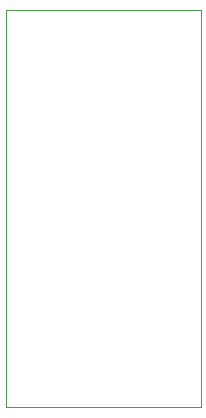
<source format=gm1>
G04 #@! TF.GenerationSoftware,KiCad,Pcbnew,8.0.2*
G04 #@! TF.CreationDate,2024-05-04T17:16:49+02:00*
G04 #@! TF.ProjectId,AVRinator,41565269-6e61-4746-9f72-2e6b69636164,1.0*
G04 #@! TF.SameCoordinates,Original*
G04 #@! TF.FileFunction,Profile,NP*
%FSLAX46Y46*%
G04 Gerber Fmt 4.6, Leading zero omitted, Abs format (unit mm)*
G04 Created by KiCad (PCBNEW 8.0.2) date 2024-05-04 17:16:49*
%MOMM*%
%LPD*%
G01*
G04 APERTURE LIST*
G04 #@! TA.AperFunction,Profile*
%ADD10C,0.100000*%
G04 #@! TD*
G04 APERTURE END LIST*
D10*
X53949600Y-48920400D02*
X70485000Y-48920400D01*
X70485000Y-82550000D01*
X53949600Y-82550000D01*
X53949600Y-48920400D01*
M02*

</source>
